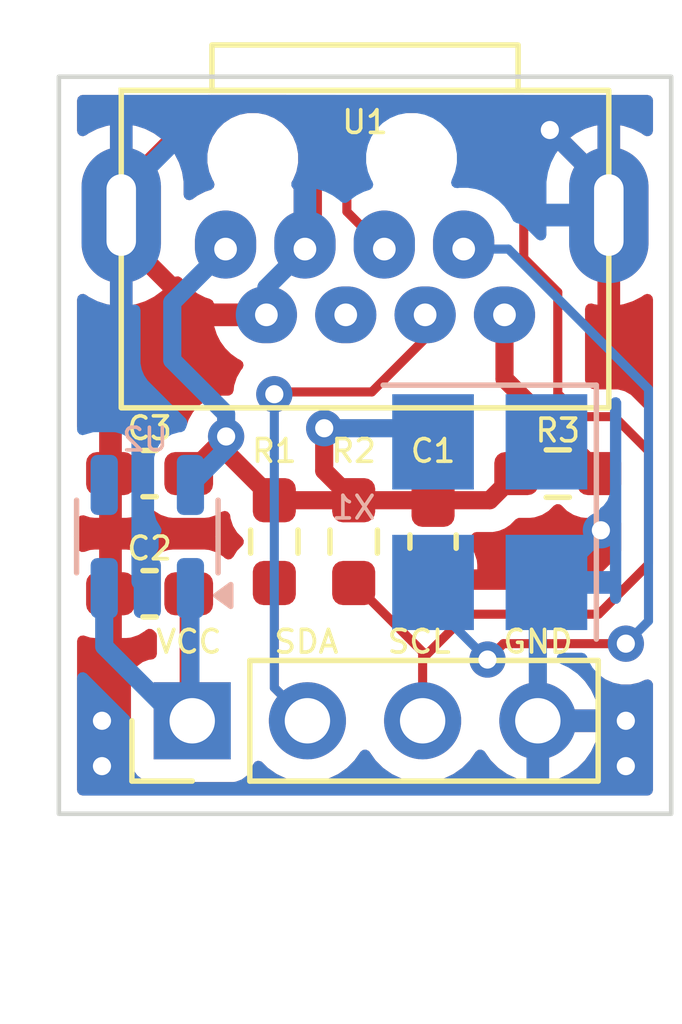
<source format=kicad_pcb>
(kicad_pcb (version 20240108) (generator "pcbnew") (generator_version "8.0")
  (layers (0 "F.Cu" signal) (31 "B.Cu" signal) (34 "B.Paste" user) (35 "F.Paste" user) (36 "B.SilkS" user "B.Silkscreen") (37 "F.SilkS" user "F.Silkscreen") (38 "B.Mask" user) (39 "F.Mask" user) (44 "Edge.Cuts" user))
  (net 0 "")
  (net 1 "+3.3V")
  (net 2 "GND")
  (net 3 "+5V")
  (net 4 "/SDA")
  (net 5 "/SCL")
  (net 6 "Net-(U1-RESET)")
  (net 8 "/CLK")
  (footprint "Capacitor_SMD:C_0603_1608Metric_Pad1.08x0.95mm_HandSolder" (layer "F.Cu") (at 158.25 110.25 -90)
    (property "Reference" "C1" (at -2 0 0) (layer "F.SilkS") (effects (font (size 0.5 0.5) (thickness 0.08))))
    (property "Value" "0.1uF")
    (fp_line (start -0.146267 0.51) (end 0.146267 0.51) (stroke (width 0.12)) (layer "F.SilkS"))
    (fp_line (start -0.146267 -0.51) (end 0.146267 -0.51) (stroke (width 0.12)) (layer "F.SilkS"))
    (pad "1" smd roundrect (at -0.8625 0 270) (size 1.075 0.95) (layers "F.Cu" "F.Paste" "F.Mask") (net 1 "+3.3V"))
    (pad "2" smd roundrect (at 0.8625 0 270) (size 1.075 0.95) (layers "F.Cu" "F.Paste" "F.Mask") (net 2 "GND"))
  )
  (footprint "Capacitor_SMD:C_0603_1608Metric_Pad1.08x0.95mm_HandSolder" (layer "F.Cu") (at 152 108.75 180)
    (property "Reference" "C3" (at 0 1 0) (layer "F.SilkS") (effects (font (size 0.5 0.5) (thickness 0.08))))
    (property "Value" "1uF")
    (fp_line (start -0.146267 0.51) (end 0.146267 0.51) (stroke (width 0.12)) (layer "F.SilkS"))
    (fp_line (start -0.146267 -0.51) (end 0.146267 -0.51) (stroke (width 0.12)) (layer "F.SilkS"))
    (pad "1" smd roundrect (at -0.8625 0 180) (size 1.075 0.95) (layers "F.Cu" "F.Paste" "F.Mask") (net 1 "+3.3V"))
    (pad "2" smd roundrect (at 0.8625 0 180) (size 1.075 0.95) (layers "F.Cu" "F.Paste" "F.Mask") (net 2 "GND"))
  )
  (footprint "Resistor_SMD:R_0603_1608Metric_Pad0.98x0.95mm_HandSolder" (layer "F.Cu") (at 161 108.75)
    (property "Reference" "R3" (at 0 -0.95 0) (layer "F.SilkS") (effects (font (size 0.5 0.5) (thickness 0.08))))
    (property "Value" "330K")
    (fp_line (start -0.254724 -0.5225) (end 0.254724 -0.5225) (stroke (width 0.12)) (layer "F.SilkS"))
    (fp_line (start -0.254724 0.5225) (end 0.254724 0.5225) (stroke (width 0.12)) (layer "F.SilkS"))
    (pad "1" smd roundrect (at -0.9125 0) (size 0.975 0.95) (layers "F.Cu" "F.Paste" "F.Mask") (net 1 "+3.3V"))
    (pad "2" smd roundrect (at 0.9125 0) (size 0.975 0.95) (layers "F.Cu" "F.Paste" "F.Mask") (net 6 "Net-(U1-RESET)"))
  )
  (footprint "GUN4IR:wiimote-pixart-camera" (layer "F.Cu") (at 156.75 102.8)
    (property "Reference" "U1" (at 0 -1.8 0) (layer "F.SilkS") (effects (font (size 0.5 0.5) (thickness 0.08))))
    (property "Value" "~")
    (fp_rect (start -5.375 -2.5) (end 5.375 4.5) (stroke (width 0.12)) (fill none) (layer "F.SilkS"))
    (fp_rect (start -3.375 -2.5) (end 3.375 -3.5) (stroke (width 0.12)) (fill none) (layer "F.SilkS"))
    (pad "" np_thru_hole circle (at -2.475 -1) (size 0.75 0.75) (drill 1.5) (layers "F&B.Cu" "*.Mask"))
    (pad "" np_thru_hole circle (at 1.025 -1) (size 0.75 0.75) (drill 1.5) (layers "F&B.Cu" "*.Mask"))
    (pad "1" thru_hole oval (at -3.075 1) (size 1.35 1.5) (drill 0.5 (offset 0 -0.1)) (layers "*.Cu" "B.Mask") (net 1 "+3.3V"))
    (pad "2" thru_hole oval (at -2.175 2.45) (size 1.35 1.25) (drill 0.5) (layers "*.Cu" "B.Mask") (net 2 "GND"))
    (pad "3" thru_hole oval (at -1.325 1) (size 1.35 1.5) (drill 0.5 (offset 0 -0.1)) (layers "*.Cu" "B.Mask") (net 2 "GND"))
    (pad "4" thru_hole oval (at -0.425 2.45) (size 1.35 1.25) (drill 0.5) (layers "*.Cu" "B.Mask"))
    (pad "5" thru_hole oval (at 0.425 1) (size 1.35 1.5) (drill 0.5 (offset 0 -0.1)) (layers "*.Cu" "B.Mask") (net 5 "/SCL"))
    (pad "6" thru_hole oval (at 1.325 2.45) (size 1.35 1.25) (drill 0.5) (layers "*.Cu" "B.Mask") (net 4 "/SDA"))
    (pad "7" thru_hole oval (at 2.175 1) (size 1.35 1.5) (drill 0.5 (offset 0 -0.1)) (layers "*.Cu" "B.Mask") (net 8 "/CLK"))
    (pad "8" thru_hole oval (at 3.075 2.45) (size 1.35 1.25) (drill 0.5) (layers "*.Cu" "B.Mask") (net 6 "Net-(U1-RESET)"))
    (pad "MP" thru_hole oval (at -5.375 0.25) (size 1.75 3) (drill oval 0.65 1.8) (layers "*.Cu" "B.Mask") (net 2 "GND"))
    (pad "MP" thru_hole oval (at 5.375 0.25) (size 1.75 3) (drill oval 0.65 1.8) (layers "*.Cu" "B.Mask") (net 2 "GND"))
  )
  (footprint "Connector_PinHeader_2.54mm:PinHeader_1x04_P2.54mm_Vertical" (layer "F.Cu") (at 152.94 114.2 90)
    (property "Reference" "J1" (hide yes))
    (property "Value" "Conn_01x04_Pin")
    (fp_line (start -1.33 -1.33) (end 0 -1.33) (stroke (width 0.12)) (layer "F.SilkS"))
    (fp_line (start -1.33 0) (end -1.33 -1.33) (stroke (width 0.12)) (layer "F.SilkS"))
    (fp_line (start 1.33 1.27) (end 1.33 8.95) (stroke (width 0.12)) (layer "F.SilkS"))
    (fp_line (start -1.33 1.27) (end 1.33 1.27) (stroke (width 0.12)) (layer "F.SilkS"))
    (fp_line (start -1.33 1.27) (end -1.33 8.95) (stroke (width 0.12)) (layer "F.SilkS"))
    (fp_line (start -1.33 8.95) (end 1.33 8.95) (stroke (width 0.12)) (layer "F.SilkS"))
    (pad "1" thru_hole rect (at 0 0 90) (size 1.7 1.7) (drill 1) (layers "*.Cu" "*.Mask") (net 3 "+5V"))
    (pad "2" thru_hole oval (at 0 2.54 90) (size 1.7 1.7) (drill 1) (layers "*.Cu" "*.Mask") (net 4 "/SDA"))
    (pad "3" thru_hole oval (at 0 5.08 90) (size 1.7 1.7) (drill 1) (layers "*.Cu" "*.Mask") (net 5 "/SCL"))
    (pad "4" thru_hole oval (at 0 7.62 90) (size 1.7 1.7) (drill 1) (layers "*.Cu" "*.Mask") (net 2 "GND"))
  )
  (footprint "Resistor_SMD:R_0603_1608Metric_Pad0.98x0.95mm_HandSolder" (layer "F.Cu") (at 156.5 110.25 90)
    (property "Reference" "R2" (at 2 0 180) (layer "F.SilkS") (effects (font (size 0.5 0.5) (thickness 0.08))))
    (property "Value" "2.7K")
    (fp_line (start -0.254724 -0.5225) (end 0.254724 -0.5225) (stroke (width 0.12)) (layer "F.SilkS"))
    (fp_line (start -0.254724 0.5225) (end 0.254724 0.5225) (stroke (width 0.12)) (layer "F.SilkS"))
    (pad "1" smd roundrect (at -0.9125 0 90) (size 0.975 0.95) (layers "F.Cu" "F.Paste" "F.Mask") (net 5 "/SCL"))
    (pad "2" smd roundrect (at 0.9125 0 90) (size 0.975 0.95) (layers "F.Cu" "F.Paste" "F.Mask") (net 1 "+3.3V"))
  )
  (footprint "Resistor_SMD:R_0603_1608Metric_Pad0.98x0.95mm_HandSolder" (layer "F.Cu") (at 154.75 110.25 -90)
    (property "Reference" "R1" (at -2 0 0) (layer "F.SilkS") (effects (font (size 0.5 0.5) (thickness 0.08))))
    (property "Value" "2.7K")
    (fp_line (start -0.254724 0.5225) (end 0.254724 0.5225) (stroke (width 0.12)) (layer "F.SilkS"))
    (fp_line (start -0.254724 -0.5225) (end 0.254724 -0.5225) (stroke (width 0.12)) (layer "F.SilkS"))
    (pad "1" smd roundrect (at -0.9125 0 270) (size 0.975 0.95) (layers "F.Cu" "F.Paste" "F.Mask") (net 1 "+3.3V"))
    (pad "2" smd roundrect (at 0.9125 0 270) (size 0.975 0.95) (layers "F.Cu" "F.Paste" "F.Mask") (net 4 "/SDA"))
  )
  (footprint "Capacitor_SMD:C_0603_1608Metric_Pad1.08x0.95mm_HandSolder" (layer "F.Cu") (at 152 111.4 180)
    (property "Reference" "C2" (at 0 1 0) (layer "F.SilkS") (effects (font (size 0.5 0.5) (thickness 0.08))))
    (property "Value" "1uF")
    (fp_line (start -0.146267 0.51) (end 0.146267 0.51) (stroke (width 0.12)) (layer "F.SilkS"))
    (fp_line (start -0.146267 -0.51) (end 0.146267 -0.51) (stroke (width 0.12)) (layer "F.SilkS"))
    (pad "1" smd roundrect (at -0.8625 0 180) (size 1.075 0.95) (layers "F.Cu" "F.Paste" "F.Mask") (net 3 "+5V"))
    (pad "2" smd roundrect (at 0.8625 0 180) (size 1.075 0.95) (layers "F.Cu" "F.Paste" "F.Mask") (net 2 "GND"))
  )
  (footprint "Oscillator:Oscillator_SMD_SeikoEpson_SG8002CE-4Pin_3.2x2.5mm_HandSoldering" (layer "B.Cu") (at 159.5 109.6 -90)
    (property "Reference" "X1" (at -0.1 3 180) (layer "B.SilkS") (effects (font (size 0.5 0.5) (thickness 0.08)) (justify mirror)))
    (property "Value" "SG3225CAN 24.0000M-TJGA3")
    (fp_line (start -2.8 -2.35) (end -2.8 2.35) (stroke (width 0.12)) (layer "B.SilkS"))
    (fp_line (start 2.8 -2.35) (end -2.8 -2.35) (stroke (width 0.12)) (layer "B.SilkS"))
    (pad "1" smd rect (at -1.55 -1.25 270) (size 2.1 1.8) (layers "B.Cu" "B.Paste" "B.Mask"))
    (pad "2" smd rect (at 1.55 -1.25 270) (size 2.1 1.8) (layers "B.Cu" "B.Paste" "B.Mask") (net 2 "GND"))
    (pad "3" smd rect (at 1.55 1.25 270) (size 2.1 1.8) (layers "B.Cu" "B.Paste" "B.Mask") (net 8 "/CLK"))
    (pad "4" smd rect (at -1.55 1.25 270) (size 2.1 1.8) (layers "B.Cu" "B.Paste" "B.Mask") (net 1 "+3.3V"))
  )
  (footprint "Package_TO_SOT_SMD:SOT-23-5" (layer "B.Cu") (at 151.95 110.1375 90)
    (property "Reference" "U2" (at 2.1375 -0.05 0) (layer "B.SilkS") (effects (font (size 0.5 0.5) (thickness 0.08)) (justify mirror)))
    (property "Value" "AP2112-3.3V")
    (fp_line (start 0.8 -1.56) (end 0 -1.56) (stroke (width 0.12)) (layer "B.SilkS"))
    (fp_line (start -0.8 -1.56) (end 0 -1.56) (stroke (width 0.12)) (layer "B.SilkS"))
    (fp_line (start 0.8 1.56) (end 0 1.56) (stroke (width 0.12)) (layer "B.SilkS"))
    (fp_line (start -0.8 1.56) (end 0 1.56) (stroke (width 0.12)) (layer "B.SilkS"))
    (fp_poly (pts (xy -1.3 1.51) (xy -1.54 1.84) (xy -1.06 1.84) (xy -1.3 1.51)) (stroke (width 0.12)) (fill solid) (layer "B.SilkS"))
    (pad "1" smd roundrect (at -1.1375 0.95 90) (size 1.325 0.6) (layers "B.Cu" "B.Paste" "B.Mask") (net 3 "+5V"))
    (pad "2" smd roundrect (at -1.1375 0 90) (size 1.325 0.6) (layers "B.Cu" "B.Paste" "B.Mask") (net 2 "GND"))
    (pad "3" smd roundrect (at -1.1375 -0.95 90) (size 1.325 0.6) (layers "B.Cu" "B.Paste" "B.Mask") (net 3 "+5V"))
    (pad "4" smd roundrect (at 1.1375 -0.95 90) (size 1.325 0.6) (layers "B.Cu" "B.Paste" "B.Mask"))
    (pad "5" smd roundrect (at 1.1375 0.95 90) (size 1.325 0.6) (layers "B.Cu" "B.Paste" "B.Mask") (net 1 "+3.3V"))
  )
  (gr_rect (start 150 100) (end 163.5 116.25) (stroke (width 0.1)) (fill none) (layer "Edge.Cuts"))
  (gr_text "VCC" (at 152.1 112.75 0) (layer "F.SilkS") (effects (font (size 0.5 0.5) (thickness 0.08)) (justify left bottom)))
  (gr_text "SCL" (at 157.2 112.75 0) (layer "F.SilkS") (effects (font (size 0.5 0.5) (thickness 0.08)) (justify left bottom)))
  (gr_text "GND" (at 159.75 112.75 0) (layer "F.SilkS") (effects (font (size 0.5 0.5) (thickness 0.08)) (justify left bottom)))
  (gr_text "SDA" (at 154.7 112.75 0) (layer "F.SilkS") (effects (font (size 0.5 0.5) (thickness 0.08)) (justify left bottom)))
  (segment (start 155.85 108.6875) (end 156.5 109.3375) (width 0.4) (layer "F.Cu") (net 1))
  (segment (start 155.85 107.75) (end 155.85 108.6875) (width 0.4) (layer "F.Cu") (net 1))
  (segment (start 159.5 109.3375) (end 160.0875 108.75) (width 0.4) (layer "F.Cu") (net 1))
  (segment (start 154.75 109.3375) (end 156.5 109.3375) (width 0.4) (layer "F.Cu") (net 1))
  (segment (start 153.687492 107.931843) (end 153.687492 108.274992) (width 0.4) (layer "F.Cu") (net 1))
  (segment (start 156.5 109.3375) (end 159.5 109.3375) (width 0.4) (layer "F.Cu") (net 1))
  (segment (start 153.687492 108.274992) (end 154.75 109.3375) (width 0.4) (layer "F.Cu") (net 1))
  (segment (start 152.869335 108.75) (end 153.687492 107.931843) (width 0.4) (layer "F.Cu") (net 1))
  (via (at 155.85 107.75) (size 0.8) (drill 0.4) (layers "F.Cu" "B.Cu") (net 1))
  (via (at 153.687492 107.931843) (size 0.8) (drill 0.4) (layers "F.Cu" "B.Cu") (net 1))
  (segment (start 153.75 108.15) (end 152.9 109) (width 0.4) (layer "B.Cu") (net 1))
  (segment (start 152.5 104.975) (end 153.675 103.8) (width 0.4) (layer "B.Cu") (net 1))
  (segment (start 153.687492 107.931843) (end 153.687492 107.437492) (width 0.4) (layer "B.Cu") (net 1))
  (segment (start 152.5 106.25) (end 152.5 104.975) (width 0.4) (layer "B.Cu") (net 1))
  (segment (start 153.687492 107.437492) (end 152.5 106.25) (width 0.4) (layer "B.Cu") (net 1))
  (segment (start 155.85 107.75) (end 157.95 107.75) (width 0.4) (layer "B.Cu") (net 1))
  (segment (start 160.838 111.1125) (end 161.9505 110) (width 0.4) (layer "F.Cu") (net 2))
  (segment (start 153.3 100.6) (end 151.375 102.525) (width 0.4) (layer "F.Cu") (net 2))
  (segment (start 155.6 101.2) (end 155 100.6) (width 0.4) (layer "F.Cu") (net 2))
  (segment (start 158.25 111.1125) (end 160.838 111.1125) (width 0.4) (layer "F.Cu") (net 2))
  (segment (start 153.1125 105.25) (end 154.575 105.25) (width 0.4) (layer "F.Cu") (net 2))
  (segment (start 162.125 102.475) (end 160.825 101.175) (width 0.4) (layer "F.Cu") (net 2))
  (segment (start 155.6 103.625) (end 155.6 101.2) (width 0.4) (layer "F.Cu") (net 2))
  (segment (start 162.125 103.05) (end 162.125 102.475) (width 0.4) (layer "F.Cu") (net 2))
  (segment (start 155 100.6) (end 153.3 100.6) (width 0.4) (layer "F.Cu") (net 2))
  (segment (start 151.4125 103.55) (end 153.1125 105.25) (width 0.4) (layer "F.Cu") (net 2))
  (via (at 162.5 115.2) (size 0.8) (drill 0.4) (layers "F.Cu" "B.Cu") (net 2))
  (via (at 160.825 101.175) (size 0.8) (drill 0.4) (layers "F.Cu" "B.Cu") (net 2))
  (via (at 162.5 114.2) (size 0.8) (drill 0.4) (layers "F.Cu" "B.Cu") (net 2))
  (via (at 150.95 115.2) (size 0.8) (drill 0.4) (layers "F.Cu" "B.Cu") (net 2))
  (via (at 161.9505 110) (size 0.8) (drill 0.4) (layers "F.Cu" "B.Cu") (net 2))
  (via (at 150.95 114.2) (size 0.8) (drill 0.4) (layers "F.Cu" "B.Cu") (net 2))
  (segment (start 160.56 114.2) (end 160.56 111.34) (width 0.4) (layer "B.Cu") (net 2))
  (segment (start 151.8 107.3) (end 151.375 106.875) (width 0.4) (layer "B.Cu") (net 2))
  (segment (start 154.575 104.65) (end 155.425 103.8) (width 0.4) (layer "B.Cu") (net 2))
  (segment (start 151.4125 102.55) (end 153.3625 100.6) (width 0.4) (layer "B.Cu") (net 2))
  (segment (start 153.3625 100.6) (end 160.25 100.6) (width 0.4) (layer "B.Cu") (net 2))
  (segment (start 151.95 111.275) (end 151.8 111.125) (width 0.4) (layer "B.Cu") (net 2))
  (segment (start 161.9505 110) (end 161.32 110.6305) (width 0.4) (layer "B.Cu") (net 2))
  (segment (start 160.56 111.34) (end 160.75 111.15) (width 0.4) (layer "B.Cu") (net 2))
  (segment (start 154.575 105.25) (end 154.575 104.65) (width 0.4) (layer "B.Cu") (net 2))
  (segment (start 160.25 100.6) (end 162.1625 102.5125) (width 0.4) (layer "B.Cu") (net 2))
  (segment (start 151.375 106.875) (end 151.375 103.05) (width 0.4) (layer "B.Cu") (net 2))
  (segment (start 151.8 111.125) (end 151.8 107.3) (width 0.4) (layer "B.Cu") (net 2))
  (segment (start 152.8625 111.4) (end 152.8625 114.1225) (width 0.4) (layer "F.Cu") (net 3))
  (segment (start 152.8625 114.1225) (end 152.94 114.2) (width 0.4) (layer "F.Cu") (net 3))
  (segment (start 152.8625 114.4225) (end 152.94 114.5) (width 0.4) (layer "F.Cu") (net 3))
  (segment (start 151 111.275) (end 151 112.56) (width 0.4) (layer "B.Cu") (net 3))
  (segment (start 152.9 111.275) (end 152.9 114.46) (width 0.4) (layer "B.Cu") (net 3))
  (segment (start 152.9 114.46) (end 152.94 114.5) (width 0.4) (layer "B.Cu") (net 3))
  (segment (start 151 112.56) (end 152.94 114.5) (width 0.4) (layer "B.Cu") (net 3))
  (segment (start 154.75 107) (end 154.8 106.95) (width 0.2) (layer "F.Cu") (net 4))
  (segment (start 154.75 113.47) (end 155.48 114.2) (width 0.2) (layer "F.Cu") (net 4))
  (segment (start 154.75 111.1625) (end 154.75 113.47) (width 0.2) (layer "F.Cu") (net 4))
  (segment (start 156.9 106.95) (end 158.075 105.775) (width 0.2) (layer "F.Cu") (net 4))
  (segment (start 154.8 106.95) (end 156.9 106.95) (width 0.2) (layer "F.Cu") (net 4))
  (via (at 154.75 107) (size 0.8) (drill 0.4) (layers "F.Cu" "B.Cu") (net 4))
  (segment (start 154.75 113.47) (end 155.48 114.2) (width 0.2) (layer "B.Cu") (net 4))
  (segment (start 154.75 107) (end 154.75 113.47) (width 0.2) (layer "B.Cu") (net 4))
  (segment (start 158.02 112.83) (end 158.02 112.6825) (width 0.2) (layer "F.Cu") (net 5))
  (segment (start 160.25 104) (end 161 104.75) (width 0.2) (layer "F.Cu") (net 5))
  (segment (start 163 110.75) (end 161.9 111.85) (width 0.2) (layer "F.Cu") (net 5))
  (segment (start 161.9 111.85) (end 159 111.85) (width 0.2) (layer "F.Cu") (net 5))
  (segment (start 158.02 112.83) (end 158.02 114.5) (width 0.2) (layer "F.Cu") (net 5))
  (segment (start 159 111.85) (end 158.02 112.83) (width 0.2) (layer "F.Cu") (net 5))
  (segment (start 160.25 102) (end 160.25 104) (width 0.2) (layer "F.Cu") (net 5))
  (segment (start 161 106.988972) (end 161.505514 107.494486) (width 0.2) (layer "F.Cu") (net 5))
  (segment (start 161.505514 107.494486) (end 162.244486 107.494486) (width 0.2) (layer "F.Cu") (net 5))
  (segment (start 156.35 102.975) (end 156.35 101.3) (width 0.2) (layer "F.Cu") (net 5))
  (segment (start 156.35 101.3) (end 156.95 100.7) (width 0.2) (layer "F.Cu") (net 5))
  (segment (start 161 104.75) (end 161 106.988972) (width 0.2) (layer "F.Cu") (net 5))
  (segment (start 158.02 112.6825) (end 156.5 111.1625) (width 0.2) (layer "F.Cu") (net 5))
  (segment (start 163 108.25) (end 163 110.75) (width 0.2) (layer "F.Cu") (net 5))
  (segment (start 156.95 100.7) (end 158.95 100.7) (width 0.2) (layer "F.Cu") (net 5))
  (segment (start 162.244486 107.494486) (end 163 108.25) (width 0.2) (layer "F.Cu") (net 5))
  (segment (start 157.175 103.8) (end 156.35 102.975) (width 0.2) (layer "F.Cu") (net 5))
  (segment (start 158.95 100.7) (end 160.25 102) (width 0.2) (layer "F.Cu") (net 5))
  (segment (start 159.825 106.6625) (end 159.825 105.25) (width 0.4) (layer "F.Cu") (net 6))
  (segment (start 161.6625 108.5) (end 159.825 106.6625) (width 0.4) (layer "F.Cu") (net 6))
  (segment (start 159.45 112.85) (end 159.8 112.5) (width 0.2) (layer "F.Cu") (net 8))
  (segment (start 159.8 112.5) (end 162.5 112.5) (width 0.2) (layer "F.Cu") (net 8))
  (via (at 159.45 112.85) (size 0.8) (drill 0.4) (layers "F.Cu" "B.Cu") (net 8))
  (via (at 162.5 112.5) (size 0.8) (drill 0.4) (layers "F.Cu" "B.Cu") (net 8))
  (segment (start 158.25 111.65) (end 159.45 112.85) (width 0.2) (layer "B.Cu") (net 8))
  (segment (start 159.912069 103.8) (end 163 106.887932) (width 0.2) (layer "B.Cu") (net 8))
  (segment (start 158.25 111.15) (end 158.25 111.65) (width 0.2) (layer "B.Cu") (net 8))
  (segment (start 162.5 112.5) (end 163 112) (width 0.2) (layer "B.Cu") (net 8))
  (segment (start 163 106.887932) (end 163 112) (width 0.2) (layer "B.Cu") (net 8))
  (segment (start 159.912069 103.8) (end 158.925 103.8) (width 0.2) (layer "B.Cu") (net 8))
  (zone (net 2) (net_name "GND") (layers "F&B.Cu") (connect_pads (clearance 0.5)) (min_thickness 0.25) (fill yes (thermal_gap 0.5) (thermal_bridge_width 0.5))
    (polygon (pts (xy 163.75 116.5) (xy 163.75 99.5) (xy 149.5 99.5) (xy 149.5 116.5)))
  )
)
</source>
